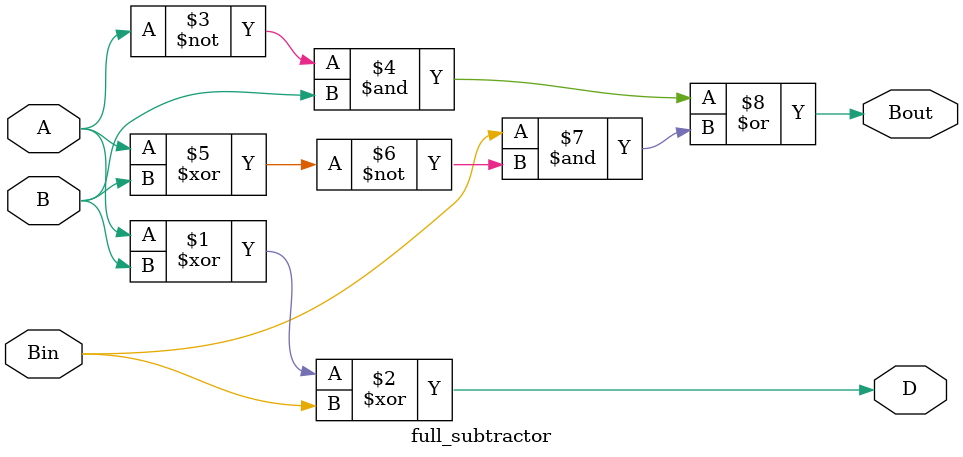
<source format=v>
module full_subtractor(
    input A, B, Bin,
    output D, Bout
);
    assign D = A ^ B ^ Bin;
    assign Bout = (~A & B) | (Bin & (~(A ^ B)));
endmodule
</source>
